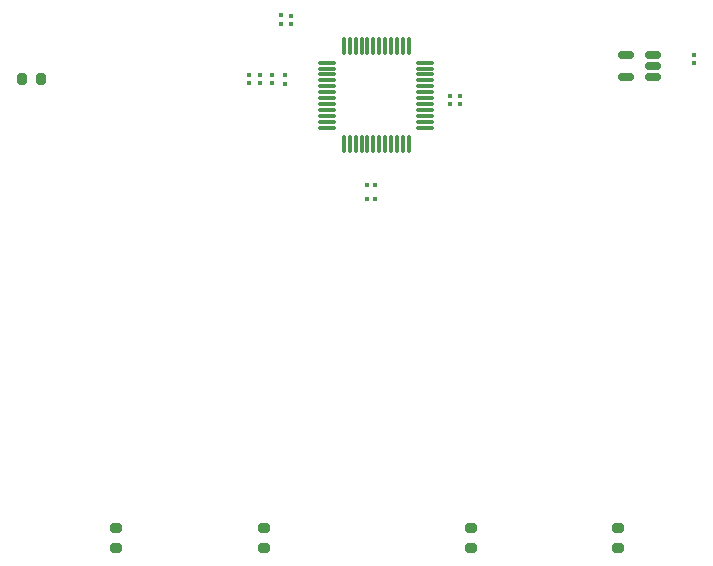
<source format=gbr>
%TF.GenerationSoftware,KiCad,Pcbnew,(6.0.10)*%
%TF.CreationDate,2023-03-01T09:57:49-08:00*%
%TF.ProjectId,IOBoard_ATSAMD21,494f426f-6172-4645-9f41-5453414d4432,rev?*%
%TF.SameCoordinates,Original*%
%TF.FileFunction,Paste,Top*%
%TF.FilePolarity,Positive*%
%FSLAX46Y46*%
G04 Gerber Fmt 4.6, Leading zero omitted, Abs format (unit mm)*
G04 Created by KiCad (PCBNEW (6.0.10)) date 2023-03-01 09:57:49*
%MOMM*%
%LPD*%
G01*
G04 APERTURE LIST*
G04 Aperture macros list*
%AMRoundRect*
0 Rectangle with rounded corners*
0 $1 Rounding radius*
0 $2 $3 $4 $5 $6 $7 $8 $9 X,Y pos of 4 corners*
0 Add a 4 corners polygon primitive as box body*
4,1,4,$2,$3,$4,$5,$6,$7,$8,$9,$2,$3,0*
0 Add four circle primitives for the rounded corners*
1,1,$1+$1,$2,$3*
1,1,$1+$1,$4,$5*
1,1,$1+$1,$6,$7*
1,1,$1+$1,$8,$9*
0 Add four rect primitives between the rounded corners*
20,1,$1+$1,$2,$3,$4,$5,0*
20,1,$1+$1,$4,$5,$6,$7,0*
20,1,$1+$1,$6,$7,$8,$9,0*
20,1,$1+$1,$8,$9,$2,$3,0*%
G04 Aperture macros list end*
%ADD10RoundRect,0.075000X0.075000X-0.662500X0.075000X0.662500X-0.075000X0.662500X-0.075000X-0.662500X0*%
%ADD11RoundRect,0.075000X0.662500X-0.075000X0.662500X0.075000X-0.662500X0.075000X-0.662500X-0.075000X0*%
%ADD12RoundRect,0.200000X0.275000X-0.200000X0.275000X0.200000X-0.275000X0.200000X-0.275000X-0.200000X0*%
%ADD13RoundRect,0.079500X0.079500X0.100500X-0.079500X0.100500X-0.079500X-0.100500X0.079500X-0.100500X0*%
%ADD14RoundRect,0.079500X-0.100500X0.079500X-0.100500X-0.079500X0.100500X-0.079500X0.100500X0.079500X0*%
%ADD15RoundRect,0.079500X0.100500X-0.079500X0.100500X0.079500X-0.100500X0.079500X-0.100500X-0.079500X0*%
%ADD16RoundRect,0.200000X0.200000X0.275000X-0.200000X0.275000X-0.200000X-0.275000X0.200000X-0.275000X0*%
%ADD17RoundRect,0.150000X0.512500X0.150000X-0.512500X0.150000X-0.512500X-0.150000X0.512500X-0.150000X0*%
%ADD18RoundRect,0.079500X-0.079500X-0.100500X0.079500X-0.100500X0.079500X0.100500X-0.079500X0.100500X0*%
G04 APERTURE END LIST*
D10*
%TO.C,U1*%
X100850000Y-108662500D03*
X101350000Y-108662500D03*
X101850000Y-108662500D03*
X102350000Y-108662500D03*
X102850000Y-108662500D03*
X103350000Y-108662500D03*
X103850000Y-108662500D03*
X104350000Y-108662500D03*
X104850000Y-108662500D03*
X105350000Y-108662500D03*
X105850000Y-108662500D03*
X106350000Y-108662500D03*
D11*
X107762500Y-107250000D03*
X107762500Y-106750000D03*
X107762500Y-106250000D03*
X107762500Y-105750000D03*
X107762500Y-105250000D03*
X107762500Y-104750000D03*
X107762500Y-104250000D03*
X107762500Y-103750000D03*
X107762500Y-103250000D03*
X107762500Y-102750000D03*
X107762500Y-102250000D03*
X107762500Y-101750000D03*
D10*
X106350000Y-100337500D03*
X105850000Y-100337500D03*
X105350000Y-100337500D03*
X104850000Y-100337500D03*
X104350000Y-100337500D03*
X103850000Y-100337500D03*
X103350000Y-100337500D03*
X102850000Y-100337500D03*
X102350000Y-100337500D03*
X101850000Y-100337500D03*
X101350000Y-100337500D03*
X100850000Y-100337500D03*
D11*
X99437500Y-101750000D03*
X99437500Y-102250000D03*
X99437500Y-102750000D03*
X99437500Y-103250000D03*
X99437500Y-103750000D03*
X99437500Y-104250000D03*
X99437500Y-104750000D03*
X99437500Y-105250000D03*
X99437500Y-105750000D03*
X99437500Y-106250000D03*
X99437500Y-106750000D03*
X99437500Y-107250000D03*
%TD*%
D12*
%TO.C,R4*%
X124100000Y-142825000D03*
X124100000Y-141175000D03*
%TD*%
D13*
%TO.C,C6*%
X103515000Y-113300000D03*
X102825000Y-113300000D03*
%TD*%
D14*
%TO.C,C4*%
X110650000Y-104575000D03*
X110650000Y-105265000D03*
%TD*%
D15*
%TO.C,C10*%
X93750000Y-102755000D03*
X93750000Y-103445000D03*
%TD*%
D14*
%TO.C,C5*%
X130462500Y-101110000D03*
X130462500Y-101800000D03*
%TD*%
D16*
%TO.C,R5*%
X75225000Y-103100000D03*
X73575000Y-103100000D03*
%TD*%
D12*
%TO.C,R1*%
X81600000Y-142825000D03*
X81600000Y-141175000D03*
%TD*%
D17*
%TO.C,U2*%
X127000000Y-103000000D03*
X127000000Y-102050000D03*
X127000000Y-101100000D03*
X124725000Y-101100000D03*
X124725000Y-103000000D03*
%TD*%
D14*
%TO.C,C2*%
X95850000Y-103525000D03*
X95850000Y-102835000D03*
%TD*%
D12*
%TO.C,R2*%
X94100000Y-142825000D03*
X94100000Y-141175000D03*
%TD*%
D18*
%TO.C,C7*%
X102820000Y-112100000D03*
X103510000Y-112100000D03*
%TD*%
D15*
%TO.C,C8*%
X95500000Y-97755000D03*
X95500000Y-98445000D03*
%TD*%
D14*
%TO.C,C11*%
X92800000Y-102810000D03*
X92800000Y-103500000D03*
%TD*%
D12*
%TO.C,R3*%
X111600000Y-142825000D03*
X111600000Y-141175000D03*
%TD*%
D14*
%TO.C,C9*%
X96400000Y-98500000D03*
X96400000Y-97810000D03*
%TD*%
D15*
%TO.C,C3*%
X109800000Y-105245000D03*
X109800000Y-104555000D03*
%TD*%
D14*
%TO.C,C1*%
X94800000Y-102755000D03*
X94800000Y-103445000D03*
%TD*%
M02*

</source>
